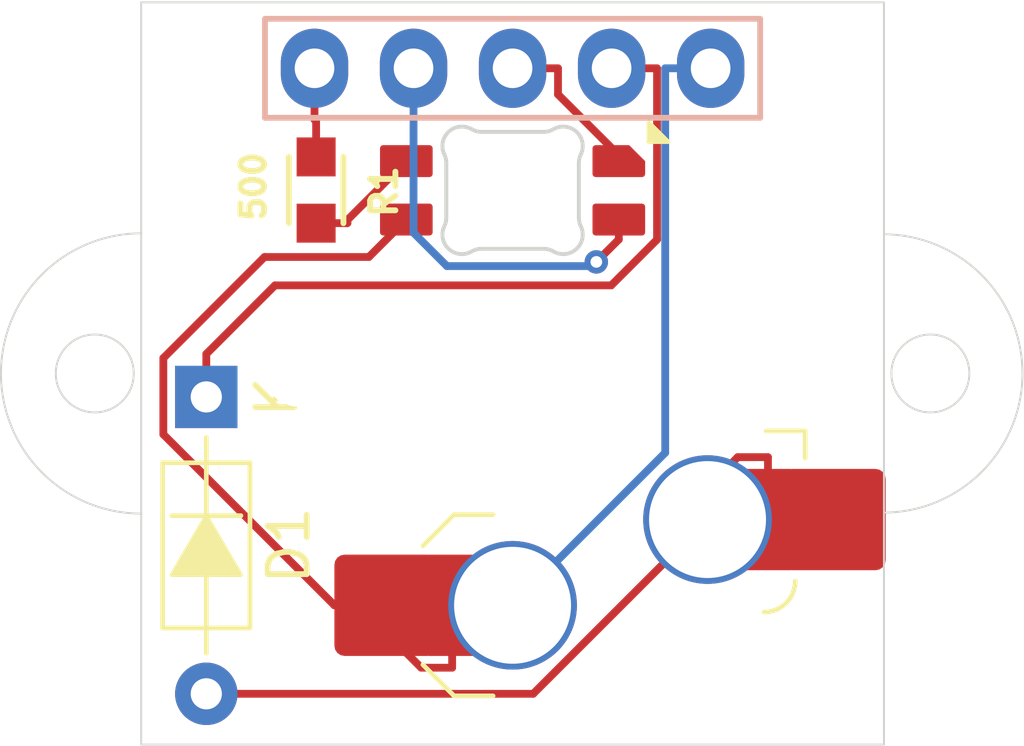
<source format=kicad_pcb>
(kicad_pcb (version 20241229) (generator "pcbnew") (generator_version "9.0")
  (layers (0 "F.Cu" signal) (2 "B.Cu" signal) (13 "F.Paste" user) (15 "B.Paste" user) (5 "F.SilkS" user "F.Silkscreen") (7 "B.SilkS" user "B.Silkscreen") (1 "F.Mask" user) (3 "B.Mask" user) (25 "Edge.Cuts" user))
  (net 0 "")
  (net 1 "Net-(LED1-VDD)")
  (net 2 "Net-(D1-A)")
  (net 3 "Net-(D1-K)")
  (net 4 "Net-(LED1-VSS)")
  (net 5 "Net-(LED1-DOUT)")
  (net 6 "Net-(LED1-DIN)")
  (net 7 "Net-(J1-Pad5)")
  (footprint "PCM_marbastlib-choc:SW_choc_v1_HS_CPG135001S30_1u" (layer "F.Cu") (at 40.4813 64.2937)
    (property "Reference" "CH1" (hide yes))
    (property "Value" "choc_v1_SW_HS")
    (fp_line (start -2.3 7.475) (end -1.5 8.275) (stroke (width 0.12)) (layer "F.SilkS"))
    (fp_line (start -1.5 3.625) (end -2.3 4.425) (stroke (width 0.12)) (layer "F.SilkS"))
    (fp_line (start -1.5 3.625) (end -0.5 3.625) (stroke (width 0.12)) (layer "F.SilkS"))
    (fp_line (start -1.5 8.275) (end -0.5 8.275) (stroke (width 0.12)) (layer "F.SilkS"))
    (fp_line (start 7.504 1.475) (end 6.504 1.475) (stroke (width 0.12)) (layer "F.SilkS"))
    (fp_line (start 7.504 1.475) (end 7.504 2.175) (stroke (width 0.12)) (layer "F.SilkS"))
    (fp_arc (start 7.25 5.325) (mid 7.015685 5.890685) (end 6.45 6.125) (stroke (width 0.12)) (layer "F.SilkS"))
    (pad "" np_thru_hole circle (at -5.5 0 180) (size 1.7 1.7) (drill 1.7) (layers "*.Cu" "*.Mask"))
    (pad "" np_thru_hole circle (at 0 0 180) (size 3.4 3.4) (drill 3.4) (layers "*.Cu" "*.Mask"))
    (pad "" np_thru_hole circle (at 5.5 0 180) (size 1.7 1.7) (drill 1.7) (layers "*.Cu" "*.Mask"))
    (pad "1" thru_hole circle (at 5 3.75) (size 3.3 3.3) (drill 3) (property pad_prop_mechanical) (layers "*.Cu" "F.Mask") (net 2 "Net-(D1-A)"))
    (pad "1" smd rect (at 6.55 3.75) (size 1.2 2.6) (layers "F.Cu") (net 2 "Net-(D1-A)"))
    (pad "1" smd roundrect (at 8.245 3.75) (size 2.65 2.6) (layers "F.Cu" "F.Mask" "F.Paste") (roundrect_rratio 0.1) (net 2 "Net-(D1-A)"))
    (pad "2" smd roundrect (at -3.245 5.95) (size 2.65 2.6) (layers "F.Cu" "F.Mask" "F.Paste") (roundrect_rratio 0.1) (net 1 "Net-(LED1-VDD)"))
    (pad "2" smd rect (at -1.55 5.95 180) (size 1.2 2.6) (layers "F.Cu") (net 1 "Net-(LED1-VDD)"))
    (pad "2" thru_hole circle (at 0 5.95) (size 3.3 3.3) (drill 3) (property pad_prop_mechanical) (layers "*.Cu" "F.Mask") (net 1 "Net-(LED1-VDD)"))
  )
  (footprint "PCM_marbastlib-choc:LED_choc_6028R" (layer "F.Cu") (at 40.4813 59.5937)
    (property "Reference" "LED1" (hide yes))
    (property "Value" "choc_SK6812MINI-E")
    (fp_poly (pts (xy 3.5 -1.25) (xy 3.5 -1.73) (xy 3.98 -1.25) (xy 3.5 -1.25)) (stroke (width 0.12)) (fill yes) (layer "F.SilkS"))
    (fp_line (start -1.699999 -0.702841) (end -1.699999 0.702843) (stroke (width 0.1)) (layer "Edge.Cuts"))
    (fp_line (start -0.794452 1.5) (end 0.794453 1.5) (stroke (width 0.1)) (layer "Edge.Cuts"))
    (fp_line (start 0.794452 -1.499999) (end -0.794452 -1.499999) (stroke (width 0.1)) (layer "Edge.Cuts"))
    (fp_line (start 1.699999 0.702843) (end 1.699999 -0.702841) (stroke (width 0.1)) (layer "Edge.Cuts"))
    (fp_arc (start -1.749484 -0.919719) (mid -1.712527 -0.814067) (end -1.699999 -0.702842) (stroke (width 0.1)) (layer "Edge.Cuts"))
    (fp_arc (start -1.749484 -0.919719) (mid -1.63807 -1.504033) (end -1.046711 -1.568296) (stroke (width 0.1)) (layer "Edge.Cuts"))
    (fp_arc (start -1.699999 0.702843) (mid -1.712527 0.814069) (end -1.749484 0.919721) (stroke (width 0.1)) (layer "Edge.Cuts"))
    (fp_arc (start -1.046711 1.5683) (mid -1.638071 1.504036) (end -1.749484 0.919721) (stroke (width 0.1)) (layer "Edge.Cuts"))
    (fp_arc (start -1.046711 1.5683) (mid -0.925123 1.517378) (end -0.794453 1.500001) (stroke (width 0.1)) (layer "Edge.Cuts"))
    (fp_arc (start -0.794452 -1.499999) (mid -0.925122 -1.517376) (end -1.04671 -1.568298) (stroke (width 0.1)) (layer "Edge.Cuts"))
    (fp_arc (start 0.794453 1.5) (mid 0.925123 1.517377) (end 1.046711 1.568299) (stroke (width 0.1)) (layer "Edge.Cuts"))
    (fp_arc (start 1.046711 -1.568298) (mid 0.925123 -1.517376) (end 0.794452 -1.499999) (stroke (width 0.1)) (layer "Edge.Cuts"))
    (fp_arc (start 1.046711 -1.568298) (mid 1.638072 -1.504034) (end 1.749484 -0.919718) (stroke (width 0.1)) (layer "Edge.Cuts"))
    (fp_arc (start 1.699999 -0.702841) (mid 1.712527 -0.814067) (end 1.749484 -0.919719) (stroke (width 0.1)) (layer "Edge.Cuts"))
    (fp_arc (start 1.749484 0.919721) (mid 1.638071 1.504035) (end 1.046711 1.568299) (stroke (width 0.1)) (layer "Edge.Cuts"))
    (fp_arc (start 1.749484 0.919721) (mid 1.712527 0.814069) (end 1.699999 0.702844) (stroke (width 0.1)) (layer "Edge.Cuts"))
    (pad "1" smd roundrect (at -2.725 0.75 270) (size 0.82 1.35) (layers "F.Cu" "F.Mask" "F.Paste") (roundrect_rratio 0.1) (net 1 "Net-(LED1-VDD)"))
    (pad "2" smd roundrect (at -2.725 -0.75 270) (size 0.82 1.35) (layers "F.Cu" "F.Mask" "F.Paste") (roundrect_rratio 0.1) (net 5 "Net-(LED1-DOUT)"))
    (pad "3" smd roundrect (at 2.725 0.75 270) (size 0.82 1.35) (layers "F.Cu" "F.Mask" "F.Paste") (roundrect_rratio 0.1) (net 6 "Net-(LED1-DIN)"))
    (pad "4" smd roundrect (at 2.725 -0.75 270) (size 0.82 1.35) (layers "F.Cu" "F.Mask" "F.Paste") (roundrect_rratio 0.1) (chamfer_ratio 0.5) (chamfer top_left) (net 4 "Net-(LED1-VSS)"))
  )
  (footprint "PCM_Diode_THT_AKL:D_DO-35_SOD27_P7.62mm_Horizontal" (layer "F.Cu") (at 32.6259 64.8956 -90)
    (property "Reference" "D1" (at 3.81 -2.12 90) (layer "F.SilkS"))
    (property "Value" "1N4148" (hide yes))
    (fp_line (start 1.69 1.12) (end 5.93 1.12) (stroke (width 0.12)) (layer "F.SilkS"))
    (fp_line (start 5.93 1.12) (end 5.93 -1.12) (stroke (width 0.12)) (layer "F.SilkS"))
    (fp_line (start 1.04 0) (end 1.69 0) (stroke (width 0.12)) (layer "F.SilkS"))
    (fp_line (start 1.651 0) (end 3.048 0) (stroke (width 0.12)) (layer "F.SilkS"))
    (fp_line (start 5.93 0) (end 4.6355 0) (stroke (width 0.12)) (layer "F.SilkS"))
    (fp_line (start 6.58 0) (end 5.93 0) (stroke (width 0.12)) (layer "F.SilkS"))
    (fp_line (start 3.048 -0.889) (end 3.048 0.889) (stroke (width 0.12)) (layer "F.SilkS"))
    (fp_line (start 1.69 -1.12) (end 1.69 1.12) (stroke (width 0.12)) (layer "F.SilkS"))
    (fp_line (start 5.93 -1.12) (end 1.69 -1.12) (stroke (width 0.12)) (layer "F.SilkS"))
    (fp_poly (pts (xy 4.572 0.889) (xy 3.048 0) (xy 4.572 -0.889)) (stroke (width 0.1)) (fill yes) (layer "F.SilkS"))
    (fp_text user "K" (at 0 -1.8 90) (layer "F.SilkS"))
    (pad "1" thru_hole rect (at 0 0 270) (size 1.6 1.6) (drill 0.8) (layers "*.Cu" "*.Mask") (net 3 "Net-(D1-K)"))
    (pad "2" thru_hole oval (at 7.62 0 270) (size 1.6 1.6) (drill 0.8) (layers "*.Cu" "*.Mask") (net 2 "Net-(D1-A)"))
  )
  (footprint "PCM_4ms_Resistor:R_0603" (layer "F.Cu") (at 35.4428 59.5863 90)
    (property "Reference" "R1" (at -0.04 1.74 90) (layer "F.SilkS") (effects (font (size 0.65 0.65))))
    (property "Value" "500" (at 0.09 -1.61 90) (layer "F.SilkS") (effects (font (size 0.6 0.6))))
    (fp_line (start -0.85 -0.7) (end 0.85 -0.7) (stroke (width 0.15)) (layer "F.SilkS"))
    (fp_line (start 0.85 0.7) (end -0.85 0.7) (stroke (width 0.15)) (layer "F.SilkS"))
    (pad "1" smd rect (at -0.85 0 90) (size 1 1) (layers "F.Cu" "F.Mask" "F.Paste") (net 5 "Net-(LED1-DOUT)"))
    (pad "2" smd rect (at 0.85 0 90) (size 1 1) (layers "F.Cu" "F.Mask" "F.Paste") (net 7 "Net-(J1-Pad5)"))
  )
  (footprint "PCM_4ms_Connector:Pins_1x05_2.54mm_TH" (layer "B.Cu") (at 40.4813 56.4614 90)
    (property "Reference" "J1" (hide yes))
    (property "Value" "PINHD_1x5_Female" (hide yes))
    (fp_line (start 1.27 -6.35) (end -1.27 -6.35) (stroke (width 0.15)) (layer "B.SilkS"))
    (fp_line (start -1.27 -6.35) (end -1.27 6.35) (stroke (width 0.15)) (layer "B.SilkS"))
    (fp_line (start 1.27 6.35) (end 1.27 -6.35) (stroke (width 0.15)) (layer "B.SilkS"))
    (fp_line (start 1.27 6.35) (end -1.27 6.35) (stroke (width 0.15)) (layer "B.SilkS"))
    (pad "1" thru_hole oval (at 0 5.08 90) (size 2.032 1.7272) (drill 1.016) (layers "*.Cu" "*.Mask") (net 1 "Net-(LED1-VDD)"))
    (pad "2" thru_hole oval (at 0 2.54 90) (size 2.032 1.7272) (drill 1.016) (layers "*.Cu" "*.Mask") (net 3 "Net-(D1-K)"))
    (pad "3" thru_hole oval (at 0 0 90) (size 2.032 1.7272) (drill 1.016) (layers "*.Cu" "*.Mask") (net 4 "Net-(LED1-VSS)"))
    (pad "4" thru_hole oval (at 0 -2.54 90) (size 2.032 1.7272) (drill 1.016) (layers "*.Cu" "*.Mask") (net 6 "Net-(LED1-DIN)"))
    (pad "5" thru_hole oval (at 0 -5.08 90) (size 2.032 1.7272) (drill 1.016) (layers "*.Cu" "*.Mask") (net 7 "Net-(J1-Pad5)"))
  )
  (gr_arc (start 50.00625 60.721875) (mid 53.578125 64.29375) (end 50.00625 67.865625) (stroke (width 0.05)) (layer "Edge.Cuts"))
  (gr_circle (center 51.196875 64.29375) (end 52.196875 64.29375) (stroke (width 0.05)) (fill no) (layer "Edge.Cuts"))
  (gr_circle (center 29.765625 64.29375) (end 30.765625 64.29375) (stroke (width 0.05)) (fill no) (layer "Edge.Cuts"))
  (gr_line (start 50.00625 54.76875) (end 50.00625 73.81875) (stroke (width 0.05)) (layer "Edge.Cuts"))
  (gr_line (start 30.95625 54.76875) (end 50.00625 54.76875) (stroke (width 0.05)) (layer "Edge.Cuts"))
  (gr_line (start 30.95625 73.81875) (end 30.95625 54.76875) (stroke (width 0.05)) (layer "Edge.Cuts"))
  (gr_arc (start 30.95625 67.890192) (mid 27.359808 64.29375) (end 30.95625 60.697308) (stroke (width 0.05)) (layer "Edge.Cuts"))
  (gr_line (start 50.00625 73.81875) (end 30.95625 73.81875) (stroke (width 0.05)) (layer "Edge.Cuts"))
  (segment (start 38.1372 71.8454) (end 38.9313 71.8454) (width 0.2) (layer "F.Cu") (net 1))
  (segment (start 38.9313 70.2437) (end 38.9313 71.0445) (width 0.2) (layer "F.Cu") (net 1))
  (segment (start 38.9313 71.0445) (end 38.9313 71.8454) (width 0.2) (layer "F.Cu") (net 1))
  (segment (start 37.2363 70.9445) (end 38.1372 71.8454) (width 0.2) (layer "F.Cu") (net 1))
  (segment (start 31.5242 65.8566) (end 31.5242 63.8989) (width 0.2) (layer "F.Cu") (net 1))
  (segment (start 34.1183 61.3048) (end 36.7952 61.3048) (width 0.2) (layer "F.Cu") (net 1))
  (segment (start 35.9113 70.2437) (end 31.5242 65.8566) (width 0.2) (layer "F.Cu") (net 1))
  (segment (start 39.6805 71.0445) (end 40.4813 70.2437) (width 0.2) (layer "F.Cu") (net 1))
  (segment (start 31.5242 63.8989) (end 34.1183 61.3048) (width 0.2) (layer "F.Cu") (net 1))
  (segment (start 38.9313 71.0445) (end 39.6805 71.0445) (width 0.2) (layer "F.Cu") (net 1))
  (segment (start 37.2363 70.2437) (end 37.2363 70.9445) (width 0.2) (layer "F.Cu") (net 1))
  (segment (start 36.7952 61.3048) (end 37.7563 60.3437) (width 0.2) (layer "F.Cu") (net 1))
  (segment (start 37.2363 70.2437) (end 35.9113 70.2437) (width 0.2) (layer "F.Cu") (net 1))
  (segment (start 44.396 66.329) (end 40.4813 70.2437) (width 0.2) (layer "B.Cu") (net 1))
  (segment (start 44.396 56.4614) (end 44.396 66.329) (width 0.2) (layer "B.Cu") (net 1))
  (segment (start 45.5613 56.4614) (end 44.396 56.4614) (width 0.2) (layer "B.Cu") (net 1))
  (segment (start 45.4813 67.2169) (end 45.4813 68.0437) (width 0.2) (layer "F.Cu") (net 2))
  (segment (start 45.4813 68.0437) (end 41.0094 72.5156) (width 0.2) (layer "F.Cu") (net 2))
  (segment (start 47.0313 66.442) (end 46.2562 66.442) (width 0.2) (layer "F.Cu") (net 2))
  (segment (start 41.0094 72.5156) (end 32.6259 72.5156) (width 0.2) (layer "F.Cu") (net 2))
  (segment (start 46.2562 66.442) (end 45.4813 67.2169) (width 0.2) (layer "F.Cu") (net 2))
  (segment (start 47.0313 67.2428) (end 47.9254 67.2428) (width 0.2) (layer "F.Cu") (net 2))
  (segment (start 47.0313 68.0437) (end 47.0313 67.2428) (width 0.2) (layer "F.Cu") (net 2))
  (segment (start 47.0313 67.2428) (end 47.0313 66.442) (width 0.2) (layer "F.Cu") (net 2))
  (segment (start 47.9254 67.2428) (end 48.7263 68.0437) (width 0.2) (layer "F.Cu") (net 2))
  (segment (start 32.6259 64.8956) (end 32.6259 63.7939) (width 0.2) (layer "F.Cu") (net 3))
  (segment (start 44.1866 56.4614) (end 44.1866 60.8583) (width 0.2) (layer "F.Cu") (net 3))
  (segment (start 44.1866 60.8583) (end 43.0119 62.033) (width 0.2) (layer "F.Cu") (net 3))
  (segment (start 34.3868 62.033) (end 32.6259 63.7939) (width 0.2) (layer "F.Cu") (net 3))
  (segment (start 43.0119 62.033) (end 34.3868 62.033) (width 0.2) (layer "F.Cu") (net 3))
  (segment (start 43.0213 56.4614) (end 44.1866 56.4614) (width 0.2) (layer "F.Cu") (net 3))
  (segment (start 40.4813 56.4614) (end 41.6466 56.4614) (width 0.2) (layer "F.Cu") (net 4))
  (segment (start 41.6466 57.1321) (end 41.6466 56.4614) (width 0.2) (layer "F.Cu") (net 4))
  (segment (start 43.2063 58.6918) (end 41.6466 57.1321) (width 0.2) (layer "F.Cu") (net 4))
  (segment (start 43.2063 58.8437) (end 43.2063 58.6918) (width 0.2) (layer "F.Cu") (net 4))
  (segment (start 35.4428 60.4363) (end 36.2445 60.4363) (width 0.2) (layer "F.Cu") (net 5))
  (segment (start 36.2445 60.4363) (end 36.2445 60.3555) (width 0.2) (layer "F.Cu") (net 5))
  (segment (start 36.2445 60.3555) (end 37.7563 58.8437) (width 0.2) (layer "F.Cu") (net 5))
  (segment (start 43.2063 60.8539) (end 43.2063 60.3437) (width 0.2) (layer "F.Cu") (net 6))
  (segment (start 42.5222 61.4306) (end 42.6296 61.4306) (width 0.2) (layer "F.Cu") (net 6))
  (segment (start 42.6296 61.4306) (end 43.2063 60.8539) (width 0.2) (layer "F.Cu") (net 6))
  (segment (start 42.6296 61.4306) (end 42.5222 61.4306) (width 0.2) (layer "F.Cu") (net 6))
  (via (at 42.6296 61.4306) (size 0.6) (drill 0.3) (layers "F.Cu" "B.Cu") (net 6))
  (segment (start 38.7972 61.538) (end 42.5222 61.538) (width 0.2) (layer "B.Cu") (net 6))
  (segment (start 37.9413 60.6821) (end 38.7972 61.538) (width 0.2) (layer "B.Cu") (net 6))
  (segment (start 42.5222 61.4306) (end 42.6296 61.4306) (width 0.2) (layer "B.Cu") (net 6))
  (segment (start 42.5222 61.538) (end 42.6296 61.4306) (width 0.2) (layer "B.Cu") (net 6))
  (segment (start 37.9413 56.4614) (end 37.9413 60.6821) (width 0.2) (layer "B.Cu") (net 6))
  (segment (start 42.6296 61.4306) (end 42.5222 61.4306) (width 0.2) (layer "B.Cu") (net 6))
  (segment (start 35.4013 56.4614) (end 35.4013 57.7791) (width 0.2) (layer "F.Cu") (net 7))
  (segment (start 35.4428 57.8206) (end 35.4428 58.7363) (width 0.2) (layer "F.Cu") (net 7))
  (segment (start 35.4013 57.7791) (end 35.4428 57.8206) (width 0.2) (layer "F.Cu") (net 7))
)
</source>
